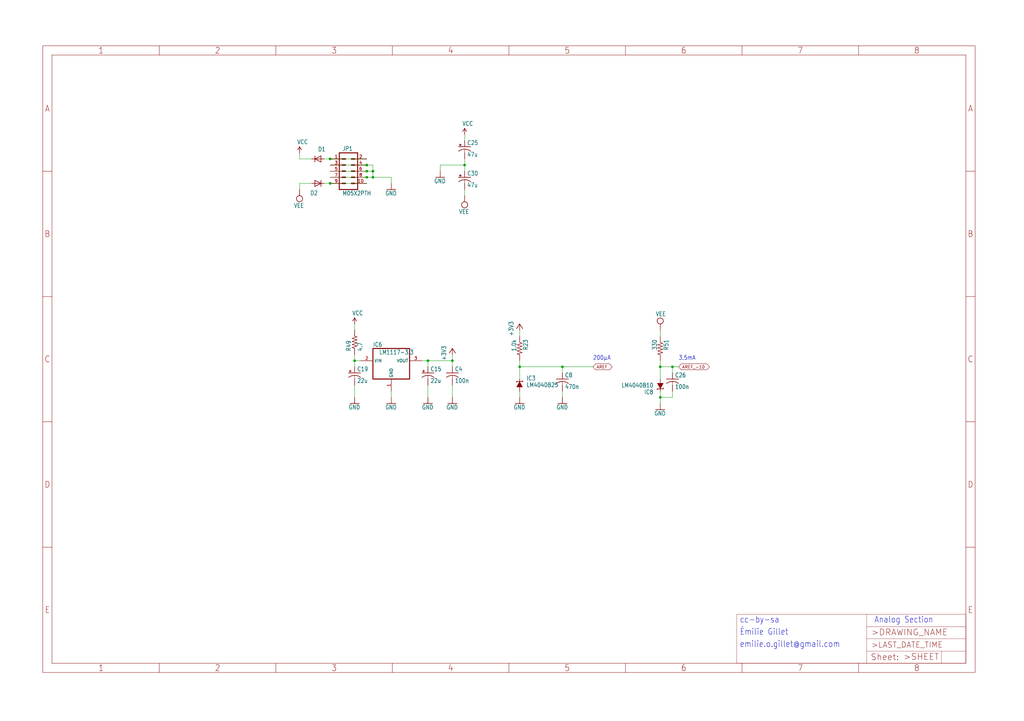
<source format=kicad_sch>
(kicad_sch (version 20211123) (generator eeschema)
  (paper "User" 425.45 299.593)
  (lib_symbols
    (symbol "braids_v50-eagle-import:+3V3" (power)
      (property "Value" "+3V3" (at -2.54 -5.08 90))
      (symbol "+3V3_1_0"
        (polyline (pts (xy 0 0) (xy -1.27 -1.905)) (stroke (width 0.254)))
        (polyline (pts (xy 1.27 -1.905) (xy 0 0)) (stroke (width 0.254)))
        (pin power_in line (at 0 -2.54 90) (length 2.54) (name "+3V3") (number "1"))
      )
    )
    (symbol "braids_v50-eagle-import:A3L-LOC"
      (symbol "A3L-LOC_0_0"
        (polyline (pts (xy 0 52.07) (xy 3.81 52.07)))
        (polyline (pts (xy 0 104.14) (xy 3.81 104.14)))
        (polyline (pts (xy 0 156.21) (xy 3.81 156.21)))
        (polyline (pts (xy 0 208.28) (xy 3.81 208.28)))
        (polyline (pts (xy 3.81 3.81) (xy 3.81 256.54)))
        (polyline (pts (xy 48.4188 0) (xy 48.4188 3.81)))
        (polyline (pts (xy 48.4188 256.54) (xy 48.4188 260.35)))
        (polyline (pts (xy 96.8375 0) (xy 96.8375 3.81)))
        (polyline (pts (xy 96.8375 256.54) (xy 96.8375 260.35)))
        (polyline (pts (xy 145.2563 0) (xy 145.2563 3.81)))
        (polyline (pts (xy 145.2563 256.54) (xy 145.2563 260.35)))
        (polyline (pts (xy 193.675 0) (xy 193.675 3.81)))
        (polyline (pts (xy 193.675 256.54) (xy 193.675 260.35)))
        (polyline (pts (xy 242.0938 0) (xy 242.0938 3.81)))
        (polyline (pts (xy 242.0938 256.54) (xy 242.0938 260.35)))
        (polyline (pts (xy 290.5125 0) (xy 290.5125 3.81)))
        (polyline (pts (xy 290.5125 256.54) (xy 290.5125 260.35)))
        (polyline (pts (xy 338.9313 0) (xy 338.9313 3.81)))
        (polyline (pts (xy 338.9313 256.54) (xy 338.9313 260.35)))
        (polyline (pts (xy 383.54 3.81) (xy 3.81 3.81)))
        (polyline (pts (xy 383.54 3.81) (xy 383.54 256.54)))
        (polyline (pts (xy 383.54 52.07) (xy 387.35 52.07)))
        (polyline (pts (xy 383.54 104.14) (xy 387.35 104.14)))
        (polyline (pts (xy 383.54 156.21) (xy 387.35 156.21)))
        (polyline (pts (xy 383.54 208.28) (xy 387.35 208.28)))
        (polyline (pts (xy 383.54 256.54) (xy 3.81 256.54)))
        (polyline (pts (xy 0 0) (xy 387.35 0) (xy 387.35 260.35) (xy 0 260.35) (xy 0 0)))
        (text "1" (at 24.2094 1.905 0) (effects (font (size 2.54 2.286))))
        (text "1" (at 24.2094 258.445 0) (effects (font (size 2.54 2.286))))
        (text "2" (at 72.6281 1.905 0) (effects (font (size 2.54 2.286))))
        (text "2" (at 72.6281 258.445 0) (effects (font (size 2.54 2.286))))
        (text "3" (at 121.0469 1.905 0) (effects (font (size 2.54 2.286))))
        (text "3" (at 121.0469 258.445 0) (effects (font (size 2.54 2.286))))
        (text "4" (at 169.4656 1.905 0) (effects (font (size 2.54 2.286))))
        (text "4" (at 169.4656 258.445 0) (effects (font (size 2.54 2.286))))
        (text "5" (at 217.8844 1.905 0) (effects (font (size 2.54 2.286))))
        (text "5" (at 217.8844 258.445 0) (effects (font (size 2.54 2.286))))
        (text "6" (at 266.3031 1.905 0) (effects (font (size 2.54 2.286))))
        (text "6" (at 266.3031 258.445 0) (effects (font (size 2.54 2.286))))
        (text "7" (at 314.7219 1.905 0) (effects (font (size 2.54 2.286))))
        (text "7" (at 314.7219 258.445 0) (effects (font (size 2.54 2.286))))
        (text "8" (at 363.1406 1.905 0) (effects (font (size 2.54 2.286))))
        (text "8" (at 363.1406 258.445 0) (effects (font (size 2.54 2.286))))
        (text "A" (at 1.905 234.315 0) (effects (font (size 2.54 2.286))))
        (text "A" (at 385.445 234.315 0) (effects (font (size 2.54 2.286))))
        (text "B" (at 1.905 182.245 0) (effects (font (size 2.54 2.286))))
        (text "B" (at 385.445 182.245 0) (effects (font (size 2.54 2.286))))
        (text "C" (at 1.905 130.175 0) (effects (font (size 2.54 2.286))))
        (text "C" (at 385.445 130.175 0) (effects (font (size 2.54 2.286))))
        (text "D" (at 1.905 78.105 0) (effects (font (size 2.54 2.286))))
        (text "D" (at 385.445 78.105 0) (effects (font (size 2.54 2.286))))
        (text "E" (at 1.905 26.035 0) (effects (font (size 2.54 2.286))))
        (text "E" (at 385.445 26.035 0) (effects (font (size 2.54 2.286))))
      )
      (symbol "A3L-LOC_1_0"
        (polyline (pts (xy 288.29 3.81) (xy 288.29 24.13)) (stroke (width 0.1016)))
        (polyline (pts (xy 288.29 3.81) (xy 342.265 3.81)) (stroke (width 0.1016)))
        (polyline (pts (xy 288.29 24.13) (xy 342.265 24.13)) (stroke (width 0.1016)))
        (polyline (pts (xy 342.265 3.81) (xy 373.38 3.81)) (stroke (width 0.1016)))
        (polyline (pts (xy 342.265 8.89) (xy 342.265 3.81)) (stroke (width 0.1016)))
        (polyline (pts (xy 342.265 8.89) (xy 342.265 13.97)) (stroke (width 0.1016)))
        (polyline (pts (xy 342.265 13.97) (xy 342.265 19.05)) (stroke (width 0.1016)))
        (polyline (pts (xy 342.265 13.97) (xy 383.54 13.97)) (stroke (width 0.1016)))
        (polyline (pts (xy 342.265 19.05) (xy 342.265 24.13)) (stroke (width 0.1016)))
        (polyline (pts (xy 342.265 19.05) (xy 383.54 19.05)) (stroke (width 0.1016)))
        (polyline (pts (xy 342.265 24.13) (xy 383.54 24.13)) (stroke (width 0.1016)))
        (polyline (pts (xy 373.38 3.81) (xy 373.38 8.89)) (stroke (width 0.1016)))
        (polyline (pts (xy 373.38 3.81) (xy 383.54 3.81)) (stroke (width 0.1016)))
        (polyline (pts (xy 373.38 8.89) (xy 342.265 8.89)) (stroke (width 0.1016)))
        (polyline (pts (xy 373.38 8.89) (xy 383.54 8.89)) (stroke (width 0.1016)))
        (polyline (pts (xy 383.54 3.81) (xy 383.54 8.89)) (stroke (width 0.1016)))
        (polyline (pts (xy 383.54 8.89) (xy 383.54 13.97)) (stroke (width 0.1016)))
        (polyline (pts (xy 383.54 13.97) (xy 383.54 19.05)) (stroke (width 0.1016)))
        (polyline (pts (xy 383.54 19.05) (xy 383.54 24.13)) (stroke (width 0.1016)))
        (text ">DRAWING_NAME" (at 344.17 15.24 0) (effects (font (size 2.54 2.54)) (justify left bottom)))
        (text ">LAST_DATE_TIME" (at 344.17 10.16 0) (effects (font (size 2.286 2.286)) (justify left bottom)))
        (text ">SHEET" (at 357.505 5.08 0) (effects (font (size 2.54 2.54)) (justify left bottom)))
        (text "Sheet:" (at 343.916 4.953 0) (effects (font (size 2.54 2.54)) (justify left bottom)))
      )
    )
    (symbol "braids_v50-eagle-import:C-USC0603"
      (property "Reference" "C" (at 1.016 0.635 0))
      (property "Value" "C-USC0603" (at 1.016 -4.191 0))
      (symbol "C-USC0603_1_0"
        (arc (start 0 -1.0161) (mid -1.302 -1.2303) (end -2.4668 -1.8504) (stroke (width 0.254)))
        (polyline (pts (xy -2.54 0) (xy 2.54 0)) (stroke (width 0.254)))
        (polyline (pts (xy 0 -1.016) (xy 0 -2.54)) (stroke (width 0.1524)))
        (arc (start 2.4892 -1.8542) (mid 1.3158 -1.2195) (end 0 -1) (stroke (width 0.254)))
        (pin passive line (at 0 2.54 270) (length 2.54) (name "1") (number "1"))
        (pin passive line (at 0 -5.08 90) (length 2.54) (name "2") (number "2"))
      )
    )
    (symbol "braids_v50-eagle-import:CPOL-USC"
      (property "Reference" "C" (at 1.016 0.635 0))
      (property "Value" "CPOL-USC" (at 1.016 -4.191 0))
      (symbol "CPOL-USC_1_0"
        (rectangle (start -2.253 0.668) (end -1.364 0.795) (fill (type outline)))
        (rectangle (start -1.872 0.287) (end -1.745 1.176) (fill (type outline)))
        (arc (start 0 -1.0161) (mid -1.3021 -1.2302) (end -2.4669 -1.8504) (stroke (width 0.254)))
        (polyline (pts (xy -2.54 0) (xy 2.54 0)) (stroke (width 0.254)))
        (polyline (pts (xy 0 -1.016) (xy 0 -2.54)) (stroke (width 0.1524)))
        (arc (start 2.4892 -1.8542) (mid 1.3158 -1.2195) (end 0 -1) (stroke (width 0.254)))
        (pin passive line (at 0 2.54 270) (length 2.54) (name "+") (number "+"))
        (pin passive line (at 0 -5.08 90) (length 2.54) (name "-") (number "-"))
      )
    )
    (symbol "braids_v50-eagle-import:CPOL-USD"
      (property "Reference" "C" (at 1.016 0.635 0))
      (property "Value" "CPOL-USD" (at 1.016 -4.191 0))
      (symbol "CPOL-USD_1_0"
        (rectangle (start -2.253 0.668) (end -1.364 0.795) (fill (type outline)))
        (rectangle (start -1.872 0.287) (end -1.745 1.176) (fill (type outline)))
        (arc (start 0 -1.0161) (mid -1.3021 -1.2302) (end -2.4669 -1.8504) (stroke (width 0.254)))
        (polyline (pts (xy -2.54 0) (xy 2.54 0)) (stroke (width 0.254)))
        (polyline (pts (xy 0 -1.016) (xy 0 -2.54)) (stroke (width 0.1524)))
        (arc (start 2.4892 -1.8542) (mid 1.3158 -1.2195) (end 0 -1) (stroke (width 0.254)))
        (pin passive line (at 0 2.54 270) (length 2.54) (name "+") (number "+"))
        (pin passive line (at 0 -5.08 90) (length 2.54) (name "-") (number "-"))
      )
    )
    (symbol "braids_v50-eagle-import:DIODE-SOD123"
      (property "Reference" "D" (at 2.54 0.4826 0))
      (property "Value" "DIODE-SOD123" (at 2.54 -2.3114 0))
      (symbol "DIODE-SOD123_1_0"
        (polyline (pts (xy -1.27 -1.27) (xy 1.27 0)) (stroke (width 0.254)))
        (polyline (pts (xy -1.27 1.27) (xy -1.27 -1.27)) (stroke (width 0.254)))
        (polyline (pts (xy 1.27 0) (xy -1.27 1.27)) (stroke (width 0.254)))
        (polyline (pts (xy 1.27 0) (xy 1.27 -1.27)) (stroke (width 0.254)))
        (polyline (pts (xy 1.27 1.27) (xy 1.27 0)) (stroke (width 0.254)))
        (pin passive line (at -2.54 0 0) (length 2.54) (name "A") (number "A"))
        (pin passive line (at 2.54 0 180) (length 2.54) (name "C") (number "C"))
      )
    )
    (symbol "braids_v50-eagle-import:GND" (power)
      (property "Value" "GND" (at -2.54 -2.54 0))
      (symbol "GND_1_0"
        (polyline (pts (xy -1.905 0) (xy 1.905 0)) (stroke (width 0.254)))
        (pin power_in line (at 0 2.54 270) (length 2.54) (name "GND") (number "1"))
      )
    )
    (symbol "braids_v50-eagle-import:LM4041DBZ"
      (property "Reference" "IC" (at 2.794 1.905 0))
      (property "Value" "LM4041DBZ" (at 2.794 -0.889 0))
      (symbol "LM4041DBZ_1_0"
        (polyline (pts (xy -1.27 1.524) (xy -1.27 1.143)) (stroke (width 0.254)))
        (polyline (pts (xy 0 1.524) (xy -1.27 1.524)) (stroke (width 0.254)))
        (polyline (pts (xy 1.27 1.524) (xy 0 1.524)) (stroke (width 0.254)))
        (polyline (pts (xy 1.27 1.905) (xy 1.27 1.524)) (stroke (width 0.254)))
        (polyline (pts (xy 0 1.524) (xy -1.27 -0.762) (xy 1.27 -0.762)) (fill (type outline)))
        (pin passive line (at 0 2.54 270) (length 2.54) (name "C") (number "1"))
        (pin passive line (at 0 -2.54 90) (length 2.54) (name "A") (number "2"))
      )
    )
    (symbol "braids_v50-eagle-import:M05X2PTH"
      (property "Reference" "JP" (at -2.54 8.382 0))
      (property "Value" "M05X2PTH" (at -2.54 -10.16 0))
      (symbol "M05X2PTH_1_0"
        (polyline (pts (xy -3.81 7.62) (xy -3.81 -7.62)) (stroke (width 0.4064)))
        (polyline (pts (xy -3.81 7.62) (xy 3.81 7.62)) (stroke (width 0.4064)))
        (polyline (pts (xy -1.27 -5.08) (xy -2.54 -5.08)) (stroke (width 0.6096)))
        (polyline (pts (xy -1.27 -2.54) (xy -2.54 -2.54)) (stroke (width 0.6096)))
        (polyline (pts (xy -1.27 0) (xy -2.54 0)) (stroke (width 0.6096)))
        (polyline (pts (xy -1.27 2.54) (xy -2.54 2.54)) (stroke (width 0.6096)))
        (polyline (pts (xy -1.27 5.08) (xy -2.54 5.08)) (stroke (width 0.6096)))
        (polyline (pts (xy 1.27 -5.08) (xy 2.54 -5.08)) (stroke (width 0.6096)))
        (polyline (pts (xy 1.27 -2.54) (xy 2.54 -2.54)) (stroke (width 0.6096)))
        (polyline (pts (xy 1.27 0) (xy 2.54 0)) (stroke (width 0.6096)))
        (polyline (pts (xy 1.27 2.54) (xy 2.54 2.54)) (stroke (width 0.6096)))
        (polyline (pts (xy 1.27 5.08) (xy 2.54 5.08)) (stroke (width 0.6096)))
        (polyline (pts (xy 3.81 -7.62) (xy -3.81 -7.62)) (stroke (width 0.4064)))
        (polyline (pts (xy 3.81 -7.62) (xy 3.81 7.62)) (stroke (width 0.4064)))
        (pin passive line (at -7.62 5.08 0) (length 5.08) (name "1") (number "1"))
        (pin passive line (at 7.62 -5.08 180) (length 5.08) (name "10") (number "10"))
        (pin passive line (at 7.62 5.08 180) (length 5.08) (name "2") (number "2"))
        (pin passive line (at -7.62 2.54 0) (length 5.08) (name "3") (number "3"))
        (pin passive line (at 7.62 2.54 180) (length 5.08) (name "4") (number "4"))
        (pin passive line (at -7.62 0 0) (length 5.08) (name "5") (number "5"))
        (pin passive line (at 7.62 0 180) (length 5.08) (name "6") (number "6"))
        (pin passive line (at -7.62 -2.54 0) (length 5.08) (name "7") (number "7"))
        (pin passive line (at 7.62 -2.54 180) (length 5.08) (name "8") (number "8"))
        (pin passive line (at -7.62 -5.08 0) (length 5.08) (name "9") (number "9"))
      )
    )
    (symbol "braids_v50-eagle-import:R-US_R0603"
      (property "Reference" "R" (at -3.81 1.4986 0))
      (property "Value" "R-US_R0603" (at -3.81 -3.302 0))
      (symbol "R-US_R0603_1_0"
        (polyline (pts (xy -2.54 0) (xy -2.159 1.016)) (stroke (width 0.2032)))
        (polyline (pts (xy -2.159 1.016) (xy -1.524 -1.016)) (stroke (width 0.2032)))
        (polyline (pts (xy -1.524 -1.016) (xy -0.889 1.016)) (stroke (width 0.2032)))
        (polyline (pts (xy -0.889 1.016) (xy -0.254 -1.016)) (stroke (width 0.2032)))
        (polyline (pts (xy -0.254 -1.016) (xy 0.381 1.016)) (stroke (width 0.2032)))
        (polyline (pts (xy 0.381 1.016) (xy 1.016 -1.016)) (stroke (width 0.2032)))
        (polyline (pts (xy 1.016 -1.016) (xy 1.651 1.016)) (stroke (width 0.2032)))
        (polyline (pts (xy 1.651 1.016) (xy 2.286 -1.016)) (stroke (width 0.2032)))
        (polyline (pts (xy 2.286 -1.016) (xy 2.54 0)) (stroke (width 0.2032)))
        (pin passive line (at -5.08 0 0) (length 2.54) (name "1") (number "1"))
        (pin passive line (at 5.08 0 180) (length 2.54) (name "2") (number "2"))
      )
    )
    (symbol "braids_v50-eagle-import:R-US_R1206"
      (property "Reference" "R" (at -3.81 1.4986 0))
      (property "Value" "R-US_R1206" (at -3.81 -3.302 0))
      (symbol "R-US_R1206_1_0"
        (polyline (pts (xy -2.54 0) (xy -2.159 1.016)) (stroke (width 0.2032)))
        (polyline (pts (xy -2.159 1.016) (xy -1.524 -1.016)) (stroke (width 0.2032)))
        (polyline (pts (xy -1.524 -1.016) (xy -0.889 1.016)) (stroke (width 0.2032)))
        (polyline (pts (xy -0.889 1.016) (xy -0.254 -1.016)) (stroke (width 0.2032)))
        (polyline (pts (xy -0.254 -1.016) (xy 0.381 1.016)) (stroke (width 0.2032)))
        (polyline (pts (xy 0.381 1.016) (xy 1.016 -1.016)) (stroke (width 0.2032)))
        (polyline (pts (xy 1.016 -1.016) (xy 1.651 1.016)) (stroke (width 0.2032)))
        (polyline (pts (xy 1.651 1.016) (xy 2.286 -1.016)) (stroke (width 0.2032)))
        (polyline (pts (xy 2.286 -1.016) (xy 2.54 0)) (stroke (width 0.2032)))
        (pin passive line (at -5.08 0 0) (length 2.54) (name "1") (number "1"))
        (pin passive line (at 5.08 0 180) (length 2.54) (name "2") (number "2"))
      )
    )
    (symbol "braids_v50-eagle-import:REG1117T"
      (property "Reference" "IC" (at -7.62 5.715 0))
      (property "Value" "REG1117T" (at -5.08 2.54 0))
      (symbol "REG1117T_1_0"
        (polyline (pts (xy -7.62 -7.62) (xy 7.62 -7.62)) (stroke (width 0.4064)))
        (polyline (pts (xy -7.62 5.08) (xy -7.62 -7.62)) (stroke (width 0.4064)))
        (polyline (pts (xy 7.62 -7.62) (xy 7.62 5.08)) (stroke (width 0.4064)))
        (polyline (pts (xy 7.62 5.08) (xy -7.62 5.08)) (stroke (width 0.4064)))
        (pin power_in line (at 0 -12.7 90) (length 5.08) (name "GND") (number "1"))
        (pin input line (at -12.7 0 0) (length 5.08) (name "VIN") (number "2"))
        (pin output line (at 12.7 0 180) (length 5.08) (name "VOUT") (number "3"))
      )
    )
    (symbol "braids_v50-eagle-import:VCC" (power)
      (property "Value" "VCC" (at -1.016 3.556 0))
      (symbol "VCC_1_0"
        (polyline (pts (xy 0 2.54) (xy -0.762 1.27)) (stroke (width 0.254)))
        (polyline (pts (xy 0.762 1.27) (xy 0 2.54)) (stroke (width 0.254)))
        (pin power_in line (at 0 0 90) (length 2.54) (name "VCC") (number "1"))
      )
    )
    (symbol "braids_v50-eagle-import:VEE" (power)
      (property "Value" "VEE" (at -1.905 3.175 0))
      (symbol "VEE_1_0"
        (circle (center 0 1.27) (radius 1.27) (stroke (width 0.254)))
        (pin power_in line (at 0 -2.54 90) (length 2.54) (name "VEE") (number "1"))
      )
    )
  )
  (junction (at 279.4 152.4))
  (junction (at 177.8 149.86))
  (junction (at 154.94 73.66))
  (junction (at 233.68 152.4))
  (junction (at 137.16 66.04))
  (junction (at 147.32 149.86))
  (junction (at 152.4 68.58))
  (junction (at 215.9 152.4))
  (junction (at 152.4 71.12))
  (junction (at 152.4 73.66))
  (junction (at 137.16 76.2))
  (junction (at 274.32 152.4))
  (junction (at 193.04 68.58))
  (junction (at 187.96 149.86))
  (junction (at 154.94 71.12))
  (junction (at 274.32 165.1))
  (wire (pts (xy 124.46 76.2) (xy 129.54 76.2)))
  (wire (pts (xy 193.04 58.42) (xy 193.04 55.88)))
  (wire (pts (xy 274.32 162.56) (xy 274.32 165.1)))
  (wire (pts (xy 177.8 149.86) (xy 187.96 149.86)))
  (wire (pts (xy 154.94 73.66) (xy 162.56 73.66)))
  (wire (pts (xy 154.94 71.12) (xy 152.4 71.12)))
  (wire (pts (xy 154.94 68.58) (xy 154.94 71.12)))
  (wire (pts (xy 215.9 152.4) (xy 215.9 157.48)))
  (wire (pts (xy 193.04 78.74) (xy 193.04 81.28)))
  (wire (pts (xy 162.56 73.66) (xy 162.56 76.2)))
  (wire (pts (xy 162.56 162.56) (xy 162.56 165.1)))
  (wire (pts (xy 124.46 66.04) (xy 129.54 66.04)))
  (wire (pts (xy 274.32 139.7) (xy 274.32 137.16)))
  (wire (pts (xy 193.04 66.04) (xy 193.04 68.58)))
  (wire (pts (xy 233.68 162.56) (xy 233.68 165.1)))
  (wire (pts (xy 152.4 71.12) (xy 137.16 71.12)))
  (wire (pts (xy 147.32 149.86) (xy 149.86 149.86)))
  (wire (pts (xy 147.32 149.86) (xy 147.32 152.4)))
  (wire (pts (xy 274.32 165.1) (xy 274.32 167.64)))
  (wire (pts (xy 182.88 68.58) (xy 182.88 71.12)))
  (wire (pts (xy 124.46 76.2) (xy 124.46 78.74)))
  (wire (pts (xy 279.4 152.4) (xy 274.32 152.4)))
  (wire (pts (xy 154.94 71.12) (xy 154.94 73.66)))
  (wire (pts (xy 147.32 134.62) (xy 147.32 137.16)))
  (wire (pts (xy 177.8 152.4) (xy 177.8 149.86)))
  (wire (pts (xy 147.32 160.02) (xy 147.32 165.1)))
  (wire (pts (xy 187.96 149.86) (xy 187.96 152.4)))
  (wire (pts (xy 215.9 149.86) (xy 215.9 152.4)))
  (wire (pts (xy 137.16 66.04) (xy 152.4 66.04)))
  (wire (pts (xy 215.9 137.16) (xy 215.9 139.7)))
  (wire (pts (xy 137.16 68.58) (xy 152.4 68.58)))
  (wire (pts (xy 137.16 76.2) (xy 152.4 76.2)))
  (wire (pts (xy 124.46 66.04) (xy 124.46 63.5)))
  (wire (pts (xy 274.32 157.48) (xy 274.32 152.4)))
  (wire (pts (xy 147.32 147.32) (xy 147.32 149.86)))
  (wire (pts (xy 233.68 152.4) (xy 215.9 152.4)))
  (wire (pts (xy 233.68 152.4) (xy 246.38 152.4)))
  (wire (pts (xy 274.32 152.4) (xy 274.32 149.86)))
  (wire (pts (xy 152.4 73.66) (xy 154.94 73.66)))
  (wire (pts (xy 215.9 162.56) (xy 215.9 165.1)))
  (wire (pts (xy 279.4 162.56) (xy 279.4 165.1)))
  (wire (pts (xy 187.96 160.02) (xy 187.96 165.1)))
  (wire (pts (xy 193.04 68.58) (xy 182.88 68.58)))
  (wire (pts (xy 193.04 68.58) (xy 193.04 71.12)))
  (wire (pts (xy 134.62 66.04) (xy 137.16 66.04)))
  (wire (pts (xy 274.32 165.1) (xy 279.4 165.1)))
  (wire (pts (xy 137.16 73.66) (xy 152.4 73.66)))
  (wire (pts (xy 134.62 76.2) (xy 137.16 76.2)))
  (wire (pts (xy 233.68 154.94) (xy 233.68 152.4)))
  (wire (pts (xy 152.4 68.58) (xy 154.94 68.58)))
  (wire (pts (xy 175.26 149.86) (xy 177.8 149.86)))
  (wire (pts (xy 279.4 152.4) (xy 281.94 152.4)))
  (wire (pts (xy 279.4 152.4) (xy 279.4 154.94)))
  (wire (pts (xy 187.96 147.32) (xy 187.96 149.86)))
  (wire (pts (xy 177.8 160.02) (xy 177.8 165.1)))
  (text "200µA" (at 246.38 149.86 180) (effects (font (size 1.778 1.5113)) (justify left bottom)))
  (text "Émilie Gillet" (at 307.34 264.16 180) (effects (font (size 2.54 2.159)) (justify left bottom)))
  (text "cc-by-sa" (at 307.34 259.08 180) (effects (font (size 2.54 2.159)) (justify left bottom)))
  (text "emilie.o.gillet@gmail.com" (at 307.34 269.24 180) (effects (font (size 2.54 2.159)) (justify left bottom)))
  (text "3.5mA" (at 281.94 149.86 180) (effects (font (size 1.778 1.5113)) (justify left bottom)))
  (text "Analog Section" (at 363.22 259.08 180) (effects (font (size 2.54 2.159)) (justify left bottom)))
  (global_label "AREF" (shape bidirectional) (at 246.38 152.4 0) (effects (font (size 1.2446 1.2446))) (property "Intersheet References" "${INTERSHEET_REFS}" (effects hide)))
  (global_label "AREF_-10" (shape bidirectional) (at 281.94 152.4 0) (effects (font (size 1.2446 1.2446))) (property "Intersheet References" "${INTERSHEET_REFS}" (effects hide)))
  (symbol (lib_id "braids_v50-eagle-import:R-US_R1206") (at 147.32 142.24 90)
    (property "Reference" "R49" (at 145.8214 146.05 0) (effects (font (size 1.778 1.5113)) (justify left bottom)))
    (property "Value" "4.7" (at 150.622 146.05 0) (effects (font (size 1.778 1.5113)) (justify left bottom)))
    (property "Footprint" "braids_v50:R1206" (effects hide))
  )
  (symbol (lib_id "braids_v50-eagle-import:GND") (at 182.88 73.66 0)
    (property "Reference" "#GND2" (effects hide))
    (property "Value" "GND" (at 180.34 76.2 0) (effects (font (size 1.778 1.5113)) (justify left bottom)))
    (property "Footprint" "braids_v50:" (effects hide))
  )
  (symbol (lib_id "braids_v50-eagle-import:R-US_R0603") (at 215.9 144.78 270)
    (property "Reference" "R23" (at 217.3986 140.97 0) (effects (font (size 1.778 1.5113)) (justify left bottom)))
    (property "Value" "1.0k" (at 212.598 140.97 0) (effects (font (size 1.778 1.5113)) (justify left bottom)))
    (property "Footprint" "braids_v50:R0603" (effects hide))
  )
  (symbol (lib_id "braids_v50-eagle-import:GND") (at 162.56 78.74 0)
    (property "Reference" "#GND1" (effects hide))
    (property "Value" "GND" (at 160.02 81.28 0) (effects (font (size 1.778 1.5113)) (justify left bottom)))
    (property "Footprint" "braids_v50:" (effects hide))
  )
  (symbol (lib_id "braids_v50-eagle-import:CPOL-USD") (at 193.04 60.96 0)
    (property "Reference" "C25" (at 194.056 60.325 0) (effects (font (size 1.778 1.5113)) (justify left bottom)))
    (property "Value" "47u" (at 194.056 65.151 0) (effects (font (size 1.778 1.5113)) (justify left bottom)))
    (property "Footprint" "braids_v50:PANASONIC_D" (effects hide))
  )
  (symbol (lib_id "braids_v50-eagle-import:GND") (at 187.96 167.64 0)
    (property "Reference" "#GND36" (effects hide))
    (property "Value" "GND" (at 185.42 170.18 0) (effects (font (size 1.778 1.5113)) (justify left bottom)))
    (property "Footprint" "braids_v50:" (effects hide))
  )
  (symbol (lib_id "braids_v50-eagle-import:DIODE-SOD123") (at 132.08 76.2 0)
    (property "Reference" "D2" (at 132.08 79.2226 0) (effects (font (size 1.778 1.5113)) (justify right top)))
    (property "Value" "1N5819HW" (effects hide))
    (property "Footprint" "braids_v50:SOD123" (effects hide))
  )
  (symbol (lib_id "braids_v50-eagle-import:+3V3") (at 187.96 144.78 0)
    (property "Reference" "#+3V6" (effects hide))
    (property "Value" "+3V3" (at 185.42 149.86 90) (effects (font (size 1.778 1.5113)) (justify left bottom)))
    (property "Footprint" "braids_v50:" (effects hide))
  )
  (symbol (lib_id "braids_v50-eagle-import:VCC") (at 124.46 63.5 0)
    (property "Reference" "#P+2" (effects hide))
    (property "Value" "VCC" (at 123.444 59.944 0) (effects (font (size 1.778 1.5113)) (justify left bottom)))
    (property "Footprint" "braids_v50:" (effects hide))
  )
  (symbol (lib_id "braids_v50-eagle-import:A3L-LOC") (at 17.78 279.4 0)
    (property "Reference" "#FRAME2" (effects hide))
    (property "Value" "A3L-LOC" (effects hide))
    (property "Footprint" "braids_v50:" (effects hide))
  )
  (symbol (lib_id "braids_v50-eagle-import:REG1117T") (at 162.56 149.86 0)
    (property "Reference" "IC6" (at 154.94 144.145 0) (effects (font (size 1.778 1.5113)) (justify left bottom)))
    (property "Value" "LM1117-3.3" (at 157.48 147.32 0) (effects (font (size 1.778 1.5113)) (justify left bottom)))
    (property "Footprint" "braids_v50:TO252" (effects hide))
  )
  (symbol (lib_id "braids_v50-eagle-import:VCC") (at 147.32 134.62 0)
    (property "Reference" "#P+8" (effects hide))
    (property "Value" "VCC" (at 146.304 131.064 0) (effects (font (size 1.778 1.5113)) (justify left bottom)))
    (property "Footprint" "braids_v50:" (effects hide))
  )
  (symbol (lib_id "braids_v50-eagle-import:M05X2PTH") (at 144.78 71.12 0)
    (property "Reference" "JP1" (at 142.24 62.738 0) (effects (font (size 1.778 1.5113)) (justify left bottom)))
    (property "Value" "M05X2PTH" (at 142.24 81.28 0) (effects (font (size 1.778 1.5113)) (justify left bottom)))
    (property "Footprint" "braids_v50:AVR_ICSP" (effects hide))
  )
  (symbol (lib_id "braids_v50-eagle-import:C-USC0603") (at 233.68 157.48 0)
    (property "Reference" "C8" (at 234.696 156.845 0) (effects (font (size 1.778 1.5113)) (justify left bottom)))
    (property "Value" "470n" (at 234.696 161.671 0) (effects (font (size 1.778 1.5113)) (justify left bottom)))
    (property "Footprint" "braids_v50:C0603" (effects hide))
  )
  (symbol (lib_id "braids_v50-eagle-import:GND") (at 147.32 167.64 0)
    (property "Reference" "#GND43" (effects hide))
    (property "Value" "GND" (at 144.78 170.18 0) (effects (font (size 1.778 1.5113)) (justify left bottom)))
    (property "Footprint" "braids_v50:" (effects hide))
  )
  (symbol (lib_id "braids_v50-eagle-import:VEE") (at 193.04 83.82 180)
    (property "Reference" "#SUPPLY2" (effects hide))
    (property "Value" "VEE" (at 194.945 86.995 0) (effects (font (size 1.778 1.5113)) (justify left bottom)))
    (property "Footprint" "braids_v50:" (effects hide))
  )
  (symbol (lib_id "braids_v50-eagle-import:C-USC0603") (at 279.4 157.48 0)
    (property "Reference" "C26" (at 280.416 156.845 0) (effects (font (size 1.778 1.5113)) (justify left bottom)))
    (property "Value" "100n" (at 280.416 161.671 0) (effects (font (size 1.778 1.5113)) (justify left bottom)))
    (property "Footprint" "braids_v50:C0603" (effects hide))
  )
  (symbol (lib_id "braids_v50-eagle-import:CPOL-USC") (at 177.8 154.94 0)
    (property "Reference" "C15" (at 178.816 154.305 0) (effects (font (size 1.778 1.5113)) (justify left bottom)))
    (property "Value" "22u" (at 178.816 159.131 0) (effects (font (size 1.778 1.5113)) (justify left bottom)))
    (property "Footprint" "braids_v50:PANASONIC_C" (effects hide))
  )
  (symbol (lib_id "braids_v50-eagle-import:VEE") (at 274.32 134.62 0)
    (property "Reference" "#SUPPLY3" (effects hide))
    (property "Value" "VEE" (at 272.415 131.445 0) (effects (font (size 1.778 1.5113)) (justify left bottom)))
    (property "Footprint" "braids_v50:" (effects hide))
  )
  (symbol (lib_id "braids_v50-eagle-import:GND") (at 274.32 170.18 0)
    (property "Reference" "#GND69" (effects hide))
    (property "Value" "GND" (at 271.78 172.72 0) (effects (font (size 1.778 1.5113)) (justify left bottom)))
    (property "Footprint" "braids_v50:" (effects hide))
  )
  (symbol (lib_id "braids_v50-eagle-import:R-US_R0603") (at 274.32 144.78 270)
    (property "Reference" "R51" (at 275.8186 140.97 0) (effects (font (size 1.778 1.5113)) (justify left bottom)))
    (property "Value" "330" (at 271.018 140.97 0) (effects (font (size 1.778 1.5113)) (justify left bottom)))
    (property "Footprint" "braids_v50:R0603" (effects hide))
  )
  (symbol (lib_id "braids_v50-eagle-import:GND") (at 177.8 167.64 0)
    (property "Reference" "#GND35" (effects hide))
    (property "Value" "GND" (at 175.26 170.18 0) (effects (font (size 1.778 1.5113)) (justify left bottom)))
    (property "Footprint" "braids_v50:" (effects hide))
  )
  (symbol (lib_id "braids_v50-eagle-import:LM4041DBZ") (at 215.9 160.02 0)
    (property "Reference" "IC3" (at 218.694 158.115 0) (effects (font (size 1.778 1.5113)) (justify left bottom)))
    (property "Value" "LM4040B25" (at 218.694 160.909 0) (effects (font (size 1.778 1.5113)) (justify left bottom)))
    (property "Footprint" "braids_v50:DBZ_R-PDSO-G3" (effects hide))
  )
  (symbol (lib_id "braids_v50-eagle-import:GND") (at 215.9 167.64 0)
    (property "Reference" "#GND40" (effects hide))
    (property "Value" "GND" (at 213.36 170.18 0) (effects (font (size 1.778 1.5113)) (justify left bottom)))
    (property "Footprint" "braids_v50:" (effects hide))
  )
  (symbol (lib_id "braids_v50-eagle-import:GND") (at 233.68 167.64 0)
    (property "Reference" "#GND41" (effects hide))
    (property "Value" "GND" (at 231.14 170.18 0) (effects (font (size 1.778 1.5113)) (justify left bottom)))
    (property "Footprint" "braids_v50:" (effects hide))
  )
  (symbol (lib_id "braids_v50-eagle-import:DIODE-SOD123") (at 132.08 66.04 180)
    (property "Reference" "D1" (at 132.08 63.0174 0) (effects (font (size 1.778 1.5113)) (justify right top)))
    (property "Value" "1N5819HW" (effects hide))
    (property "Footprint" "braids_v50:SOD123" (effects hide))
  )
  (symbol (lib_id "braids_v50-eagle-import:GND") (at 162.56 167.64 0)
    (property "Reference" "#GND34" (effects hide))
    (property "Value" "GND" (at 160.02 170.18 0) (effects (font (size 1.778 1.5113)) (justify left bottom)))
    (property "Footprint" "braids_v50:" (effects hide))
  )
  (symbol (lib_id "braids_v50-eagle-import:LM4041DBZ") (at 274.32 160.02 180)
    (property "Reference" "IC8" (at 271.526 161.925 0) (effects (font (size 1.778 1.5113)) (justify left bottom)))
    (property "Value" "LM4040B10" (at 271.526 159.131 0) (effects (font (size 1.778 1.5113)) (justify left bottom)))
    (property "Footprint" "braids_v50:DBZ_R-PDSO-G3" (effects hide))
  )
  (symbol (lib_id "braids_v50-eagle-import:C-USC0603") (at 187.96 154.94 0)
    (property "Reference" "C4" (at 188.976 154.305 0) (effects (font (size 1.778 1.5113)) (justify left bottom)))
    (property "Value" "100n" (at 188.976 159.131 0) (effects (font (size 1.778 1.5113)) (justify left bottom)))
    (property "Footprint" "braids_v50:C0603" (effects hide))
  )
  (symbol (lib_id "braids_v50-eagle-import:+3V3") (at 215.9 134.62 0)
    (property "Reference" "#+3V17" (effects hide))
    (property "Value" "+3V3" (at 213.36 139.7 90) (effects (font (size 1.778 1.5113)) (justify left bottom)))
    (property "Footprint" "braids_v50:" (effects hide))
  )
  (symbol (lib_id "braids_v50-eagle-import:CPOL-USC") (at 147.32 154.94 0)
    (property "Reference" "C19" (at 148.336 154.305 0) (effects (font (size 1.778 1.5113)) (justify left bottom)))
    (property "Value" "22u" (at 148.336 159.131 0) (effects (font (size 1.778 1.5113)) (justify left bottom)))
    (property "Footprint" "braids_v50:PANASONIC_C" (effects hide))
  )
  (symbol (lib_id "braids_v50-eagle-import:CPOL-USD") (at 193.04 73.66 0)
    (property "Reference" "C30" (at 194.056 73.025 0) (effects (font (size 1.778 1.5113)) (justify left bottom)))
    (property "Value" "47u" (at 194.056 77.851 0) (effects (font (size 1.778 1.5113)) (justify left bottom)))
    (property "Footprint" "braids_v50:PANASONIC_D" (effects hide))
  )
  (symbol (lib_id "braids_v50-eagle-import:VCC") (at 193.04 55.88 0)
    (property "Reference" "#P+3" (effects hide))
    (property "Value" "VCC" (at 192.024 52.324 0) (effects (font (size 1.778 1.5113)) (justify left bottom)))
    (property "Footprint" "braids_v50:" (effects hide))
  )
  (symbol (lib_id "braids_v50-eagle-import:VEE") (at 124.46 81.28 180)
    (property "Reference" "#SUPPLY1" (effects hide))
    (property "Value" "VEE" (at 126.365 84.455 0) (effects (font (size 1.778 1.5113)) (justify left bottom)))
    (property "Footprint" "braids_v50:" (effects hide))
  )
)
</source>
